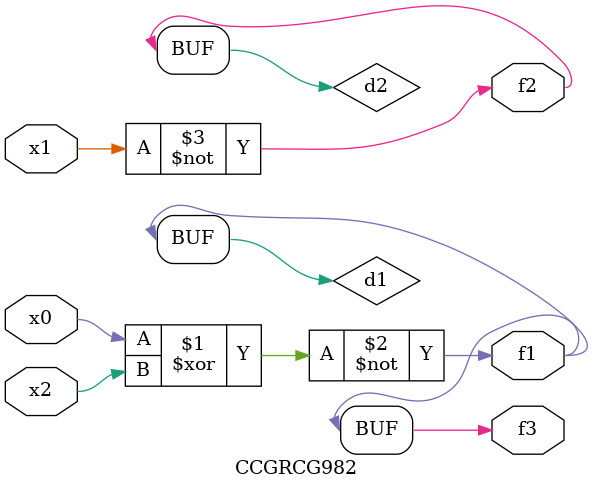
<source format=v>
module CCGRCG982(
	input x0, x1, x2,
	output f1, f2, f3
);

	wire d1, d2, d3;

	xnor (d1, x0, x2);
	nand (d2, x1);
	nor (d3, x1, x2);
	assign f1 = d1;
	assign f2 = d2;
	assign f3 = d1;
endmodule

</source>
